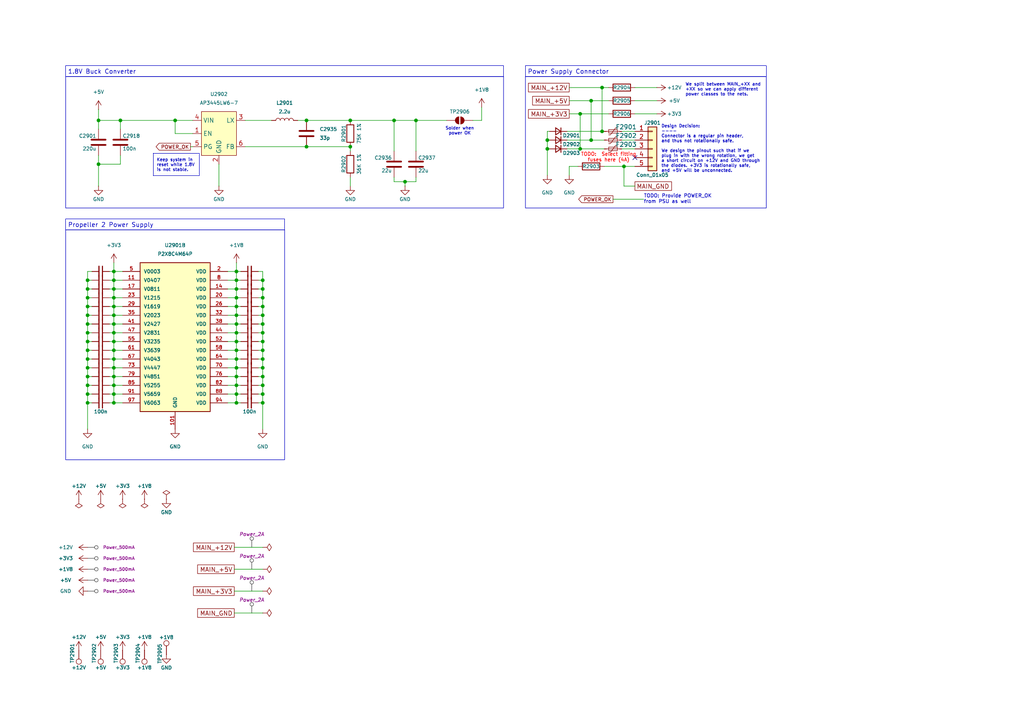
<source format=kicad_sch>
(kicad_sch (version 20250114) (generator "eeschema") (generator_version "9.0")
  (paper "A4")
  (title_block (title "Power Management") (company "Ashet Technologies") (comment 1 "This sheet contains all parts related to system-wide power management."))
  (rectangle (start 152.4 19.05) (end 222.25 22.225) (fill (type color) (color 255 255 255 1)))
  (rectangle (start 152.4 22.225) (end 222.25 60.325))
  (rectangle (start 19.05 22.225) (end 146.05 60.325))
  (rectangle (start 19.05 63.5) (end 82.55 66.675) (fill (type color) (color 255 255 255 1)))
  (rectangle (start 19.05 19.05) (end 146.05 22.225) (fill (type color) (color 255 255 255 1)))
  (rectangle (start 19.05 66.675) (end 82.55 133.35))
  (text "Solder when\npower OK" (at 133.35 36.83 0) (effects (font (size 0.889 0.889)) (justify top)))
  (text "Propeller 2 Power Supply" (at 19.685 65.405 0) (effects (font (size 1.27 1.27)) (justify left)))
  (text "TODO: Provide POWER_OK\nfrom PSU as well" (at 186.69 57.785 0) (effects (font (size 1.016 1.016)) (justify left)))
  (text "1.8V Buck Converter" (at 19.685 20.955 0) (effects (font (size 1.27 1.27)) (justify left)))
  (text "TODO:  Select fitting\nfuses here (4A)" (at 176.53 45.72 0) (effects (font (size 1.016 1.016))))
  (text "Power Supply Connector" (at 153.035 20.955 0) (effects (font (size 1.27 1.27)) (justify left)))
  (text "We split between MAIN_+XX and\n+XX so we can apply different\npower classes to the nets." (at 198.755 26.035 0) (effects (font (size 0.889 0.889)) (justify left)))
  (text "Design Decision:\n----\nConnector is a regular pin header,\nand thus not rotationally safe.\n\nWe design the pinout such that if we\nplug in with the wrong rotation, we get\na short circuit on +12V and GND through\nthe diodes. +3V3 is rotationally safe,\nand +5V will be unconnected." (at 191.77 43.18 0) (effects (font (size 0.889 0.889)) (justify left)))
  (text_box "Keep system in\nreset while 1.8V\nis not stable." (at 44.45 44.45 0) (size 13.335 6.5152) (margins 0.9525 0.9525 0.9525 0.9525) (fill (type color) (color 255 255 255 1)) (effects (font (size 0.889 0.889)) (justify left)))
  (junction (at 25.4 83.82))
  (junction (at 68.58 106.68))
  (junction (at 25.4 91.44))
  (junction (at 117.475 52.705))
  (junction (at 68.58 91.44))
  (junction (at 68.58 83.82))
  (junction (at 68.58 111.76))
  (junction (at 33.02 114.3))
  (junction (at 76.2 101.6))
  (junction (at 168.275 43.18))
  (junction (at 33.02 104.14))
  (junction (at 28.575 47.625))
  (junction (at 68.58 99.06))
  (junction (at 76.2 96.52))
  (junction (at 88.9 42.545))
  (junction (at 33.02 86.36))
  (junction (at 25.4 86.36))
  (junction (at 33.02 96.52))
  (junction (at 158.75 43.18))
  (junction (at 158.75 40.64))
  (junction (at 68.58 86.36))
  (junction (at 33.02 78.74))
  (junction (at 68.58 96.52))
  (junction (at 33.02 88.9))
  (junction (at 101.6 42.545))
  (junction (at 68.58 101.6))
  (junction (at 174.625 38.1))
  (junction (at 114.3 34.925))
  (junction (at 25.4 111.76))
  (junction (at 76.2 104.14))
  (junction (at 33.02 109.22))
  (junction (at 76.2 93.98))
  (junction (at 33.02 99.06))
  (junction (at 68.58 109.22))
  (junction (at 76.2 88.9))
  (junction (at 33.02 91.44))
  (junction (at 76.2 81.28))
  (junction (at 25.4 101.6))
  (junction (at 88.9 34.925))
  (junction (at 68.58 104.14))
  (junction (at 33.02 106.68))
  (junction (at 76.2 91.44))
  (junction (at 25.4 99.06))
  (junction (at 50.8 34.925))
  (junction (at 68.58 78.74))
  (junction (at 68.58 81.28))
  (junction (at 76.2 111.76))
  (junction (at 120.65 34.925))
  (junction (at 171.45 40.64))
  (junction (at 76.2 99.06))
  (junction (at 25.4 93.98))
  (junction (at 174.625 25.4))
  (junction (at 68.58 88.9))
  (junction (at 180.975 48.26))
  (junction (at 76.2 86.36))
  (junction (at 76.2 83.82))
  (junction (at 33.02 93.98))
  (junction (at 28.575 34.925))
  (junction (at 25.4 109.22))
  (junction (at 34.925 34.925))
  (junction (at 25.4 114.3))
  (junction (at 171.45 29.21))
  (junction (at 33.02 111.76))
  (junction (at 101.6 34.925))
  (junction (at 76.2 114.3))
  (junction (at 76.2 106.68))
  (junction (at 68.58 116.84))
  (junction (at 33.02 116.84))
  (junction (at 25.4 96.52))
  (junction (at 76.2 109.22))
  (junction (at 25.4 104.14))
  (junction (at 76.2 116.84))
  (junction (at 33.02 83.82))
  (junction (at 25.4 81.28))
  (junction (at 25.4 116.84))
  (junction (at 25.4 106.68))
  (junction (at 68.58 93.98))
  (junction (at 33.02 101.6))
  (junction (at 33.02 81.28))
  (junction (at 168.275 33.02))
  (junction (at 25.4 88.9))
  (junction (at 68.58 114.3))
  (no_connect (at 184.15 45.72))
  (wire (pts (xy 25.4 83.82) (xy 25.4 86.36)))
  (wire (pts (xy 175.26 48.26) (xy 180.975 48.26)))
  (wire (pts (xy 74.93 83.82) (xy 76.2 83.82)))
  (wire (pts (xy 26.67 91.44) (xy 25.4 91.44)))
  (wire (pts (xy 33.02 88.9) (xy 31.75 88.9)))
  (wire (pts (xy 168.275 33.02) (xy 176.53 33.02)))
  (wire (pts (xy 171.45 29.21) (xy 171.45 40.64)))
  (wire (pts (xy 35.56 116.84) (xy 33.02 116.84)))
  (wire (pts (xy 165.1 29.21) (xy 171.45 29.21)))
  (wire (pts (xy 33.02 86.36) (xy 33.02 88.9)))
  (wire (pts (xy 76.2 91.44) (xy 76.2 93.98)))
  (wire (pts (xy 158.75 43.18) (xy 159.385 43.18)))
  (wire (pts (xy 33.02 99.06) (xy 33.02 101.6)))
  (wire (pts (xy 101.6 42.545) (xy 101.6 43.815)))
  (wire (pts (xy 68.58 114.3) (xy 69.85 114.3)))
  (wire (pts (xy 74.93 106.68) (xy 76.2 106.68)))
  (wire (pts (xy 67.945 158.75) (xy 76.2 158.75)))
  (wire (pts (xy 114.3 52.705) (xy 117.475 52.705)))
  (wire (pts (xy 35.56 88.9) (xy 33.02 88.9)))
  (wire (pts (xy 26.67 88.9) (xy 25.4 88.9)))
  (wire (pts (xy 66.04 91.44) (xy 68.58 91.44)))
  (wire (pts (xy 25.4 96.52) (xy 25.4 99.06)))
  (wire (pts (xy 35.56 99.06) (xy 33.02 99.06)))
  (wire (pts (xy 76.2 78.74) (xy 76.2 81.28)))
  (wire (pts (xy 26.67 86.36) (xy 25.4 86.36)))
  (wire (pts (xy 67.945 171.45) (xy 76.2 171.45)))
  (wire (pts (xy 180.975 53.975) (xy 180.975 48.26)))
  (wire (pts (xy 68.58 83.82) (xy 68.58 86.36)))
  (wire (pts (xy 33.02 88.9) (xy 33.02 91.44)))
  (wire (pts (xy 66.04 86.36) (xy 68.58 86.36)))
  (wire (pts (xy 25.4 116.84) (xy 25.4 124.46)))
  (wire (pts (xy 28.575 34.925) (xy 28.575 37.465)))
  (wire (pts (xy 33.02 86.36) (xy 31.75 86.36)))
  (wire (pts (xy 76.2 83.82) (xy 76.2 86.36)))
  (wire (pts (xy 34.925 47.625) (xy 34.925 45.085)))
  (wire (pts (xy 34.925 34.925) (xy 50.8 34.925)))
  (wire (pts (xy 74.93 101.6) (xy 76.2 101.6)))
  (wire (pts (xy 165.1 48.26) (xy 167.64 48.26)))
  (wire (pts (xy 26.67 116.84) (xy 25.4 116.84)))
  (wire (pts (xy 67.945 177.8) (xy 76.2 177.8)))
  (wire (pts (xy 139.7 31.115) (xy 139.7 34.925)))
  (wire (pts (xy 68.58 111.76) (xy 68.58 114.3)))
  (wire (pts (xy 66.04 83.82) (xy 68.58 83.82)))
  (wire (pts (xy 68.58 88.9) (xy 69.85 88.9)))
  (wire (pts (xy 68.58 96.52) (xy 69.85 96.52)))
  (wire (pts (xy 177.8 57.785) (xy 186.69 57.785)))
  (wire (pts (xy 88.9 34.925) (xy 101.6 34.925)))
  (wire (pts (xy 76.2 86.36) (xy 76.2 88.9)))
  (wire (pts (xy 26.67 109.22) (xy 25.4 109.22)))
  (wire (pts (xy 158.75 40.64) (xy 159.385 40.64)))
  (wire (pts (xy 101.6 34.925) (xy 114.3 34.925)))
  (wire (pts (xy 68.58 106.68) (xy 68.58 109.22)))
  (wire (pts (xy 68.58 86.36) (xy 69.85 86.36)))
  (wire (pts (xy 180.34 43.18) (xy 184.15 43.18)))
  (wire (pts (xy 174.625 38.1) (xy 175.26 38.1)))
  (wire (pts (xy 165.1 25.4) (xy 174.625 25.4)))
  (wire (pts (xy 26.67 78.74) (xy 25.4 78.74)))
  (wire (pts (xy 26.67 96.52) (xy 25.4 96.52)))
  (wire (pts (xy 101.6 42.545) (xy 88.9 42.545)))
  (wire (pts (xy 66.04 78.74) (xy 68.58 78.74)))
  (wire (pts (xy 26.67 101.6) (xy 25.4 101.6)))
  (wire (pts (xy 74.93 88.9) (xy 76.2 88.9)))
  (wire (pts (xy 33.02 96.52) (xy 31.75 96.52)))
  (wire (pts (xy 184.15 29.21) (xy 190.5 29.21)))
  (wire (pts (xy 33.02 109.22) (xy 33.02 111.76)))
  (wire (pts (xy 66.04 106.68) (xy 68.58 106.68)))
  (wire (pts (xy 66.04 81.28) (xy 68.58 81.28)))
  (wire (pts (xy 33.02 111.76) (xy 33.02 114.3)))
  (wire (pts (xy 165.1 48.26) (xy 165.1 50.8)))
  (wire (pts (xy 158.75 40.64) (xy 158.75 43.18)))
  (wire (pts (xy 66.04 114.3) (xy 68.58 114.3)))
  (wire (pts (xy 33.02 104.14) (xy 33.02 106.68)))
  (wire (pts (xy 68.58 93.98) (xy 68.58 96.52)))
  (wire (pts (xy 68.58 109.22) (xy 68.58 111.76)))
  (wire (pts (xy 68.58 88.9) (xy 68.58 91.44)))
  (wire (pts (xy 26.67 83.82) (xy 25.4 83.82)))
  (wire (pts (xy 33.02 114.3) (xy 33.02 116.84)))
  (wire (pts (xy 68.58 101.6) (xy 68.58 104.14)))
  (wire (pts (xy 76.2 93.98) (xy 76.2 96.52)))
  (wire (pts (xy 33.02 83.82) (xy 31.75 83.82)))
  (wire (pts (xy 164.465 43.18) (xy 168.275 43.18)))
  (wire (pts (xy 68.58 106.68) (xy 69.85 106.68)))
  (wire (pts (xy 74.93 96.52) (xy 76.2 96.52)))
  (wire (pts (xy 35.56 109.22) (xy 33.02 109.22)))
  (wire (pts (xy 66.04 88.9) (xy 68.58 88.9)))
  (wire (pts (xy 35.56 106.68) (xy 33.02 106.68)))
  (wire (pts (xy 33.02 109.22) (xy 31.75 109.22)))
  (wire (pts (xy 25.4 104.14) (xy 25.4 106.68)))
  (wire (pts (xy 71.12 34.925) (xy 78.74 34.925)))
  (wire (pts (xy 164.465 38.1) (xy 174.625 38.1)))
  (wire (pts (xy 174.625 25.4) (xy 174.625 38.1)))
  (wire (pts (xy 74.93 109.22) (xy 76.2 109.22)))
  (wire (pts (xy 171.45 40.64) (xy 175.26 40.64)))
  (wire (pts (xy 33.02 91.44) (xy 31.75 91.44)))
  (wire (pts (xy 74.93 104.14) (xy 76.2 104.14)))
  (wire (pts (xy 25.4 99.06) (xy 25.4 101.6)))
  (wire (pts (xy 68.58 91.44) (xy 69.85 91.44)))
  (wire (pts (xy 68.58 93.98) (xy 69.85 93.98)))
  (wire (pts (xy 114.3 52.705) (xy 114.3 51.435)))
  (wire (pts (xy 165.1 33.02) (xy 168.275 33.02)))
  (wire (pts (xy 35.56 101.6) (xy 33.02 101.6)))
  (wire (pts (xy 164.465 40.64) (xy 171.45 40.64)))
  (wire (pts (xy 35.56 104.14) (xy 33.02 104.14)))
  (wire (pts (xy 35.56 93.98) (xy 33.02 93.98)))
  (wire (pts (xy 33.02 76.2) (xy 33.02 78.74)))
  (wire (pts (xy 120.65 34.925) (xy 114.3 34.925)))
  (wire (pts (xy 76.2 116.84) (xy 76.2 124.46)))
  (wire (pts (xy 25.4 106.68) (xy 25.4 109.22)))
  (wire (pts (xy 184.15 33.02) (xy 190.5 33.02)))
  (wire (pts (xy 184.15 53.975) (xy 180.975 53.975)))
  (wire (pts (xy 66.04 116.84) (xy 68.58 116.84)))
  (wire (pts (xy 66.04 111.76) (xy 68.58 111.76)))
  (wire (pts (xy 34.925 34.925) (xy 34.925 37.465)))
  (wire (pts (xy 33.02 111.76) (xy 31.75 111.76)))
  (wire (pts (xy 50.8 34.925) (xy 55.88 34.925)))
  (wire (pts (xy 33.02 104.14) (xy 31.75 104.14)))
  (wire (pts (xy 55.88 38.735) (xy 50.8 38.735)))
  (wire (pts (xy 26.67 114.3) (xy 25.4 114.3)))
  (wire (pts (xy 35.56 83.82) (xy 33.02 83.82)))
  (wire (pts (xy 26.67 104.14) (xy 25.4 104.14)))
  (wire (pts (xy 74.93 114.3) (xy 76.2 114.3)))
  (wire (pts (xy 68.58 116.84) (xy 69.85 116.84)))
  (wire (pts (xy 35.56 78.74) (xy 33.02 78.74)))
  (wire (pts (xy 25.4 78.74) (xy 25.4 81.28)))
  (wire (pts (xy 66.04 99.06) (xy 68.58 99.06)))
  (wire (pts (xy 25.4 81.28) (xy 25.4 83.82)))
  (wire (pts (xy 68.58 78.74) (xy 68.58 81.28)))
  (wire (pts (xy 28.575 47.625) (xy 34.925 47.625)))
  (wire (pts (xy 74.93 91.44) (xy 76.2 91.44)))
  (wire (pts (xy 158.75 38.1) (xy 158.75 40.64)))
  (wire (pts (xy 33.02 83.82) (xy 33.02 86.36)))
  (wire (pts (xy 35.56 81.28) (xy 33.02 81.28)))
  (wire (pts (xy 26.67 106.68) (xy 25.4 106.68)))
  (wire (pts (xy 117.475 52.705) (xy 117.475 53.975)))
  (wire (pts (xy 74.93 78.74) (xy 76.2 78.74)))
  (wire (pts (xy 68.58 83.82) (xy 69.85 83.82)))
  (wire (pts (xy 33.02 93.98) (xy 31.75 93.98)))
  (wire (pts (xy 66.04 109.22) (xy 68.58 109.22)))
  (wire (pts (xy 120.65 34.925) (xy 129.54 34.925)))
  (wire (pts (xy 25.4 88.9) (xy 25.4 91.44)))
  (wire (pts (xy 68.58 96.52) (xy 68.58 99.06)))
  (wire (pts (xy 68.58 111.76) (xy 69.85 111.76)))
  (wire (pts (xy 76.2 81.28) (xy 76.2 83.82)))
  (wire (pts (xy 74.93 99.06) (xy 76.2 99.06)))
  (wire (pts (xy 25.4 101.6) (xy 25.4 104.14)))
  (wire (pts (xy 68.58 81.28) (xy 69.85 81.28)))
  (wire (pts (xy 25.4 111.76) (xy 25.4 114.3)))
  (wire (pts (xy 120.65 43.815) (xy 120.65 34.925)))
  (wire (pts (xy 184.15 25.4) (xy 190.5 25.4)))
  (wire (pts (xy 33.02 101.6) (xy 31.75 101.6)))
  (wire (pts (xy 76.2 88.9) (xy 76.2 91.44)))
  (wire (pts (xy 33.02 91.44) (xy 33.02 93.98)))
  (wire (pts (xy 159.385 38.1) (xy 158.75 38.1)))
  (wire (pts (xy 50.8 38.735) (xy 50.8 34.925)))
  (wire (pts (xy 158.75 43.18) (xy 158.75 50.8)))
  (wire (pts (xy 26.67 93.98) (xy 25.4 93.98)))
  (wire (pts (xy 68.58 99.06) (xy 69.85 99.06)))
  (wire (pts (xy 76.2 101.6) (xy 76.2 104.14)))
  (wire (pts (xy 76.2 114.3) (xy 76.2 116.84)))
  (wire (pts (xy 76.2 96.52) (xy 76.2 99.06)))
  (wire (pts (xy 25.4 109.22) (xy 25.4 111.76)))
  (wire (pts (xy 76.2 111.76) (xy 76.2 114.3)))
  (wire (pts (xy 68.58 104.14) (xy 68.58 106.68)))
  (wire (pts (xy 68.58 114.3) (xy 68.58 116.84)))
  (wire (pts (xy 71.12 42.545) (xy 88.9 42.545)))
  (wire (pts (xy 28.575 34.925) (xy 34.925 34.925)))
  (wire (pts (xy 28.575 31.75) (xy 28.575 34.925)))
  (wire (pts (xy 171.45 29.21) (xy 176.53 29.21)))
  (wire (pts (xy 25.4 86.36) (xy 25.4 88.9)))
  (wire (pts (xy 180.34 40.64) (xy 184.15 40.64)))
  (wire (pts (xy 114.3 43.815) (xy 114.3 34.925)))
  (wire (pts (xy 68.58 81.28) (xy 68.58 83.82)))
  (wire (pts (xy 68.58 76.2) (xy 68.58 78.74)))
  (wire (pts (xy 33.02 116.84) (xy 31.75 116.84)))
  (wire (pts (xy 28.575 45.085) (xy 28.575 47.625)))
  (wire (pts (xy 35.56 86.36) (xy 33.02 86.36)))
  (wire (pts (xy 137.16 34.925) (xy 139.7 34.925)))
  (wire (pts (xy 174.625 25.4) (xy 176.53 25.4)))
  (wire (pts (xy 76.2 99.06) (xy 76.2 101.6)))
  (wire (pts (xy 66.04 96.52) (xy 68.58 96.52)))
  (wire (pts (xy 68.58 86.36) (xy 68.58 88.9)))
  (wire (pts (xy 33.02 99.06) (xy 31.75 99.06)))
  (wire (pts (xy 26.67 81.28) (xy 25.4 81.28)))
  (wire (pts (xy 33.02 78.74) (xy 31.75 78.74)))
  (wire (pts (xy 68.58 78.74) (xy 69.85 78.74)))
  (wire (pts (xy 33.02 81.28) (xy 33.02 83.82)))
  (wire (pts (xy 25.4 114.3) (xy 25.4 116.84)))
  (wire (pts (xy 33.02 81.28) (xy 31.75 81.28)))
  (wire (pts (xy 33.02 106.68) (xy 31.75 106.68)))
  (wire (pts (xy 68.58 91.44) (xy 68.58 93.98)))
  (wire (pts (xy 117.475 52.705) (xy 120.65 52.705)))
  (wire (pts (xy 33.02 93.98) (xy 33.02 96.52)))
  (wire (pts (xy 66.04 101.6) (xy 68.58 101.6)))
  (wire (pts (xy 63.5 47.625) (xy 63.5 53.975)))
  (wire (pts (xy 25.4 93.98) (xy 25.4 96.52)))
  (wire (pts (xy 55.245 42.545) (xy 55.88 42.545)))
  (wire (pts (xy 33.02 114.3) (xy 31.75 114.3)))
  (wire (pts (xy 33.02 96.52) (xy 33.02 99.06)))
  (wire (pts (xy 25.4 91.44) (xy 25.4 93.98)))
  (wire (pts (xy 35.56 114.3) (xy 33.02 114.3)))
  (wire (pts (xy 180.34 38.1) (xy 184.15 38.1)))
  (wire (pts (xy 67.945 165.1) (xy 76.2 165.1)))
  (wire (pts (xy 86.36 34.925) (xy 88.9 34.925)))
  (wire (pts (xy 74.93 86.36) (xy 76.2 86.36)))
  (wire (pts (xy 26.67 111.76) (xy 25.4 111.76)))
  (wire (pts (xy 76.2 104.14) (xy 76.2 106.68)))
  (wire (pts (xy 74.93 111.76) (xy 76.2 111.76)))
  (wire (pts (xy 68.58 101.6) (xy 69.85 101.6)))
  (wire (pts (xy 74.93 116.84) (xy 76.2 116.84)))
  (wire (pts (xy 33.02 106.68) (xy 33.02 109.22)))
  (wire (pts (xy 68.58 109.22) (xy 69.85 109.22)))
  (wire (pts (xy 120.65 52.705) (xy 120.65 51.435)))
  (wire (pts (xy 35.56 91.44) (xy 33.02 91.44)))
  (wire (pts (xy 66.04 104.14) (xy 68.58 104.14)))
  (wire (pts (xy 28.575 47.625) (xy 28.575 53.975)))
  (wire (pts (xy 35.56 96.52) (xy 33.02 96.52)))
  (wire (pts (xy 168.275 43.18) (xy 175.26 43.18)))
  (wire (pts (xy 33.02 101.6) (xy 33.02 104.14)))
  (wire (pts (xy 68.58 104.14) (xy 69.85 104.14)))
  (wire (pts (xy 26.67 99.06) (xy 25.4 99.06)))
  (wire (pts (xy 74.93 93.98) (xy 76.2 93.98)))
  (wire (pts (xy 76.2 106.68) (xy 76.2 109.22)))
  (wire (pts (xy 66.04 93.98) (xy 68.58 93.98)))
  (wire (pts (xy 33.02 78.74) (xy 33.02 81.28)))
  (wire (pts (xy 168.275 33.02) (xy 168.275 43.18)))
  (wire (pts (xy 180.975 48.26) (xy 184.15 48.26)))
  (wire (pts (xy 35.56 111.76) (xy 33.02 111.76)))
  (wire (pts (xy 76.2 109.22) (xy 76.2 111.76)))
  (wire (pts (xy 74.93 81.28) (xy 76.2 81.28)))
  (wire (pts (xy 68.58 99.06) (xy 68.58 101.6)))
  (wire (pts (xy 101.6 53.975) (xy 101.6 51.435)))
  (global_label "MAIN_+5V" (shape passive) (at 67.945 165.1 180) (property "Intersheetrefs" "${INTERSHEET_REFS}" (effects (hide yes))))
  (global_label "MAIN_+12V" (shape passive) (at 165.1 25.4 180) (property "Intersheetrefs" "${INTERSHEET_REFS}" (effects (hide yes))))
  (global_label "MAIN_+5V" (shape passive) (at 165.1 29.21 180) (property "Intersheetrefs" "${INTERSHEET_REFS}" (effects (hide yes))))
  (global_label "MAIN_+3V3" (shape passive) (at 165.1 33.02 180) (property "Intersheetrefs" "${INTERSHEET_REFS}" (effects (hide yes))))
  (global_label "MAIN_GND" (shape passive) (at 67.945 177.8 180) (property "Intersheetrefs" "${INTERSHEET_REFS}" (effects (hide yes))))
  (global_label "POWER_OK" (shape output) (at 55.245 42.545 180) (effects (font (size 1.016 1.016))) (property "Intersheetrefs" "${INTERSHEET_REFS}" (effects (hide yes))))
  (global_label "MAIN_+3V3" (shape passive) (at 67.945 171.45 180) (property "Intersheetrefs" "${INTERSHEET_REFS}" (effects (hide yes))))
  (global_label "MAIN_GND" (shape passive) (at 184.15 53.975 0) (property "Intersheetrefs" "${INTERSHEET_REFS}" (effects (hide yes))))
  (global_label "POWER_OK" (shape output) (at 177.8 57.785 180) (effects (font (size 1.016 1.016))) (property "Intersheetrefs" "${INTERSHEET_REFS}" (effects (hide yes))))
  (global_label "MAIN_+12V" (shape passive) (at 67.945 158.75 180) (property "Intersheetrefs" "${INTERSHEET_REFS}" (effects (hide yes))))
  (netclass_flag "" (length 2.54) (shape round) (at 73.025 177.8 0) (property "Netclass" "Power_2A" (at 73.025 173.99 0) (effects (font (size 1.016 1.016) (italic yes)))))
  (netclass_flag "" (length 2.54) (shape round) (at 25.4 158.75 270) (property "Netclass" "Power_500mA" (at 29.845 158.75 0) (effects (font (size 0.889 0.889)) (justify left))))
  (netclass_flag "" (length 2.54) (shape round) (at 25.4 165.1 270) (property "Netclass" "Power_500mA" (at 29.845 165.1 0) (effects (font (size 0.889 0.889)) (justify left))))
  (netclass_flag "" (length 2.54) (shape round) (at 73.025 158.75 0) (property "Netclass" "Power_2A" (at 73.025 154.94 0) (effects (font (size 1.016 1.016) (italic yes)))))
  (netclass_flag "" (length 2.54) (shape round) (at 25.4 168.275 270) (property "Netclass" "Power_500mA" (at 29.845 168.275 0) (effects (font (size 0.889 0.889)) (justify left))))
  (netclass_flag "" (length 2.54) (shape round) (at 25.4 161.925 270) (property "Netclass" "Power_500mA" (at 29.845 161.925 0) (effects (font (size 0.889 0.889)) (justify left))))
  (netclass_flag "" (length 2.54) (shape round) (at 73.025 165.1 0) (property "Netclass" "Power_2A" (at 73.025 161.29 0) (effects (font (size 1.016 1.016) (italic yes)))))
  (netclass_flag "" (length 2.54) (shape round) (at 73.025 171.45 0) (property "Netclass" "Power_2A" (at 73.025 167.64 0) (effects (font (size 1.016 1.016) (italic yes)))))
  (netclass_flag "" (length 2.54) (shape round) (at 25.4 171.45 270) (property "Netclass" "Power_500mA" (at 29.845 171.45 0) (effects (font (size 0.889 0.889)) (justify left))))
  (symbol (lib_id "Device:C_Small") (at 29.21 99.06 270) (mirror x) (unit 1)
    (property "Reference" "C2910" (effects (hide yes)))
    (property "Value" "100n" (effects (hide yes)))
    (property "Footprint" "Capacitor_SMD:C_0603_1608Metric" (effects (hide yes)))
    (property "Description" "Unpolarized capacitor, small symbol" (effects (hide yes)))
  )
  (symbol (lib_id "Device:C_Small") (at 72.39 104.14 90) (unit 1)
    (property "Reference" "C2929" (effects (hide yes)))
    (property "Value" "100n" (effects (hide yes)))
    (property "Footprint" "Capacitor_SMD:C_0603_1608Metric" (effects (hide yes)))
    (property "Description" "Unpolarized capacitor, small symbol" (effects (hide yes)))
  )
  (symbol (lib_id "Device:C_Small") (at 29.21 116.84 270) (mirror x) (unit 1)
    (property "Reference" "C2917" (effects (hide yes)))
    (property "Value" "100n" (at 29.21 119.38 90) (effects (font (size 1.016 1.016))))
    (property "Footprint" "Capacitor_SMD:C_0603_1608Metric" (effects (hide yes)))
    (property "Description" "Unpolarized capacitor, small symbol" (effects (hide yes)))
  )
  (symbol (lib_id "Device:C_Small") (at 29.21 78.74 270) (mirror x) (unit 1)
    (property "Reference" "C2902" (effects (hide yes)))
    (property "Value" "100n" (effects (hide yes)))
    (property "Footprint" "Capacitor_SMD:C_0603_1608Metric" (effects (hide yes)))
    (property "Description" "Unpolarized capacitor, small symbol" (effects (hide yes)))
  )
  (symbol (lib_id "Device:C_Small") (at 72.39 93.98 90) (unit 1)
    (property "Reference" "C2925" (effects (hide yes)))
    (property "Value" "100n" (effects (hide yes)))
    (property "Footprint" "Capacitor_SMD:C_0603_1608Metric" (effects (hide yes)))
    (property "Description" "Unpolarized capacitor, small symbol" (effects (hide yes)))
  )
  (symbol (lib_id "power:GND") (at 117.475 53.975 0) (unit 1)
    (property "Reference" "#PWR02925" (effects (hide yes)))
    (property "Value" "GND" (at 117.475 57.785 0) (effects (font (size 1.016 1.016))))
    (property "Description" "Power symbol creates a global label with name \"GND\" , ground" (effects (hide yes)))
  )
  (symbol (lib_id "Device:C_Small") (at 72.39 78.74 90) (unit 1)
    (property "Reference" "C2919" (effects (hide yes)))
    (property "Value" "100n" (effects (hide yes)))
    (property "Footprint" "Capacitor_SMD:C_0603_1608Metric" (effects (hide yes)))
    (property "Description" "Unpolarized capacitor, small symbol" (effects (hide yes)))
  )
  (symbol (lib_id "Device:C_Small") (at 29.21 91.44 270) (mirror x) (unit 1)
    (property "Reference" "C2907" (effects (hide yes)))
    (property "Value" "100n" (effects (hide yes)))
    (property "Footprint" "Capacitor_SMD:C_0603_1608Metric" (effects (hide yes)))
    (property "Description" "Unpolarized capacitor, small symbol" (effects (hide yes)))
  )
  (symbol (lib_id "power:GND") (at 101.6 53.975 0) (unit 1)
    (property "Reference" "#PWR02924" (effects (hide yes)))
    (property "Value" "GND" (at 101.6 57.785 0) (effects (font (size 1.016 1.016))))
    (property "Description" "Power symbol creates a global label with name \"GND\" , ground" (effects (hide yes)))
  )
  (symbol (lib_id "Symbol Library:SMD1206B050TF/15") (at 177.8 40.64 90) (unit 1)
    (property "Reference" "F2902" (at 181.61 39.37 90))
    (property "Value" "SMD1206B050TF/15" (effects (hide yes)))
    (property "Datasheet" "https://www.yageogroup.com/content/Resource%20Library/Datasheet/SMD1206_1.pdf" (effects (hide yes)))
    (property "Digikey Part No" "13-SMD1206B050TF/15TR-ND" (effects (hide yes)))
  )
  (symbol (lib_id "Symbol Library:SMD1206B050TF/15") (at 177.8 43.18 90) (unit 1)
    (property "Reference" "F2903" (at 181.61 41.91 90))
    (property "Value" "SMD1206B050TF/15" (effects (hide yes)))
    (property "Datasheet" "https://www.yageogroup.com/content/Resource%20Library/Datasheet/SMD1206_1.pdf" (effects (hide yes)))
    (property "Digikey Part No" "13-SMD1206B050TF/15TR-ND" (effects (hide yes)))
  )
  (symbol (lib_id "Device:C_Small") (at 72.39 86.36 90) (unit 1)
    (property "Reference" "C2922" (effects (hide yes)))
    (property "Value" "100n" (effects (hide yes)))
    (property "Footprint" "Capacitor_SMD:C_0603_1608Metric" (effects (hide yes)))
    (property "Description" "Unpolarized capacitor, small symbol" (effects (hide yes)))
  )
  (symbol (lib_id "power:+5V") (at 25.4 161.925 90) (unit 1)
    (property "Reference" "#PWR02905" (effects (hide yes)))
    (property "Value" "+5V" (at 19.05 168.275 90) (effects (font (size 1.016 1.016))))
    (property "Description" "Power symbol creates a global label with name \"+5V\"" (effects (hide yes)))
  )
  (symbol (lib_id "Device:C_Small") (at 29.21 104.14 270) (mirror x) (unit 1)
    (property "Reference" "C2912" (effects (hide yes)))
    (property "Value" "100n" (effects (hide yes)))
    (property "Footprint" "Capacitor_SMD:C_0603_1608Metric" (effects (hide yes)))
    (property "Description" "Unpolarized capacitor, small symbol" (effects (hide yes)))
  )
  (symbol (lib_id "Device:C_Small") (at 29.21 96.52 270) (mirror x) (unit 1)
    (property "Reference" "C2909" (effects (hide yes)))
    (property "Value" "100n" (effects (hide yes)))
    (property "Footprint" "Capacitor_SMD:C_0603_1608Metric" (effects (hide yes)))
    (property "Description" "Unpolarized capacitor, small symbol" (effects (hide yes)))
  )
  (symbol (lib_id "power:PWR_FLAG") (at 76.2 177.8 270) (unit 1)
    (property "Reference" "#FLG02909" (effects (hide yes)))
    (property "Value" "PWR_FLAG" (effects (hide yes)))
    (property "Description" "Special symbol for telling ERC where power comes from" (effects (hide yes)))
  )
  (symbol (lib_id "power:PWR_FLAG") (at 35.56 144.78 180) (unit 1)
    (property "Reference" "#FLG02903" (effects (hide yes)))
    (property "Value" "PWR_FLAG" (effects (hide yes)))
    (property "Description" "Special symbol for telling ERC where power comes from" (effects (hide yes)))
  )
  (symbol (lib_id "Connector:TestPoint") (at 22.86 188.595 180) (unit 1) (in_bom no)
    (property "Reference" "TP2901" (at 20.955 192.405 90) (effects (font (size 1.016 1.016)) (justify right)))
    (property "Value" "+12V" (at 22.86 193.04 0) (effects (font (size 1.016 1.016)) (justify bottom)))
    (property "Footprint" "TestPoint:TestPoint_Pad_D2.0mm" (effects (hide yes)))
    (property "Description" "test point" (effects (hide yes)))
  )
  (symbol (lib_id "Device:C") (at 120.65 47.625 180) (unit 1)
    (property "Reference" "C2937" (at 121.285 46.355 0) (effects (font (size 1.016 1.016)) (justify right top)))
    (property "Value" "22u" (at 121.285 48.895 0) (effects (font (size 1.016 1.016)) (justify right bottom)))
    (property "Description" "Unpolarized capacitor" (effects (hide yes)))
  )
  (symbol (lib_id "Symbol Library:SMD1206B050TF/15") (at 177.8 38.1 90) (unit 1)
    (property "Reference" "F2901" (at 181.61 36.83 90))
    (property "Value" "SMD1206B050TF/15" (effects (hide yes)))
    (property "Datasheet" "https://www.yageogroup.com/content/Resource%20Library/Datasheet/SMD1206_1.pdf" (effects (hide yes)))
    (property "Digikey Part No" "13-SMD1206B050TF/15TR-ND" (effects (hide yes)))
  )
  (symbol (lib_id "power:+12V") (at 22.86 188.595 0) (unit 1)
    (property "Reference" "#PWR02902" (effects (hide yes)))
    (property "Value" "+12V" (at 22.86 184.785 0) (effects (font (size 1.016 1.016))))
    (property "Description" "Power symbol creates a global label with name \"+12V\"" (effects (hide yes)))
  )
  (symbol (lib_id "power:+1V8") (at 68.58 76.2 0) (unit 1)
    (property "Reference" "#PWR02922" (effects (hide yes)))
    (property "Value" "+1V8" (at 68.58 71.12 0) (effects (font (size 1.016 1.016))))
    (property "Description" "Power symbol creates a global label with name \"+1V8\"" (effects (hide yes)))
  )
  (symbol (lib_id "power:+1V8") (at 41.91 144.78 0) (unit 1)
    (property "Reference" "#PWR02916" (effects (hide yes)))
    (property "Value" "+1V8" (at 41.91 140.97 0) (effects (font (size 1.016 1.016))))
    (property "Description" "Power symbol creates a global label with name \"+1V8\"" (effects (hide yes)))
  )
  (symbol (lib_id "power:GND") (at 63.5 53.975 0) (unit 1)
    (property "Reference" "#PWR02921" (effects (hide yes)))
    (property "Value" "GND" (at 63.5 57.785 0) (effects (font (size 1.016 1.016))))
    (property "Description" "Power symbol creates a global label with name \"GND\" , ground" (effects (hide yes)))
  )
  (symbol (lib_id "power:+5V") (at 29.21 188.595 0) (unit 1)
    (property "Reference" "#PWR02912" (effects (hide yes)))
    (property "Value" "+5V" (at 29.21 184.785 0) (effects (font (size 1.016 1.016))))
    (property "Description" "Power symbol creates a global label with name \"+5V\"" (effects (hide yes)))
  )
  (symbol (lib_id "Device:C_Small") (at 29.21 83.82 270) (mirror x) (unit 1)
    (property "Reference" "C2904" (effects (hide yes)))
    (property "Value" "100n" (effects (hide yes)))
    (property "Footprint" "Capacitor_SMD:C_0603_1608Metric" (effects (hide yes)))
    (property "Description" "Unpolarized capacitor, small symbol" (effects (hide yes)))
  )
  (symbol (lib_id "Device:C_Small") (at 29.21 106.68 270) (mirror x) (unit 1)
    (property "Reference" "C2913" (effects (hide yes)))
    (property "Value" "100n" (effects (hide yes)))
    (property "Footprint" "Capacitor_SMD:C_0603_1608Metric" (effects (hide yes)))
    (property "Description" "Unpolarized capacitor, small symbol" (effects (hide yes)))
  )
  (symbol (lib_id "power:+3V3") (at 35.56 188.595 0) (unit 1)
    (property "Reference" "#PWR02915" (effects (hide yes)))
    (property "Value" "+3V3" (at 35.56 184.785 0) (effects (font (size 1.016 1.016))))
    (property "Description" "Power symbol creates a global label with name \"+3V3\"" (effects (hide yes)))
  )
  (symbol (lib_id "power:PWR_FLAG") (at 22.86 144.78 180) (unit 1)
    (property "Reference" "#FLG02901" (effects (hide yes)))
    (property "Value" "PWR_FLAG" (effects (hide yes)))
    (property "Description" "Special symbol for telling ERC where power comes from" (effects (hide yes)))
  )
  (symbol (lib_id "power:GND") (at 50.8 124.46 0) (unit 1)
    (property "Reference" "#PWR02920" (effects (hide yes)))
    (property "Value" "GND" (at 50.8 129.54 0) (effects (font (size 1.016 1.016))))
    (property "Description" "Power symbol creates a global label with name \"GND\" , ground" (effects (hide yes)))
  )
  (symbol (lib_id "power:PWR_FLAG") (at 41.91 144.78 180) (unit 1)
    (property "Reference" "#FLG02904" (effects (hide yes)))
    (property "Value" "PWR_FLAG" (effects (hide yes)))
    (property "Description" "Special symbol for telling ERC where power comes from" (effects (hide yes)))
  )
  (symbol (lib_id "Device:C_Small") (at 72.39 114.3 90) (unit 1)
    (property "Reference" "C2933" (effects (hide yes)))
    (property "Value" "100n" (effects (hide yes)))
    (property "Footprint" "Capacitor_SMD:C_0603_1608Metric" (effects (hide yes)))
    (property "Description" "Unpolarized capacitor, small symbol" (effects (hide yes)))
  )
  (symbol (lib_id "Device:C_Small") (at 29.21 101.6 270) (mirror x) (unit 1)
    (property "Reference" "C2911" (effects (hide yes)))
    (property "Value" "100n" (effects (hide yes)))
    (property "Footprint" "Capacitor_SMD:C_0603_1608Metric" (effects (hide yes)))
    (property "Description" "Unpolarized capacitor, small symbol" (effects (hide yes)))
  )
  (symbol (lib_id "power:+5V") (at 28.575 31.75 0) (unit 1)
    (property "Reference" "#PWR02909" (effects (hide yes)))
    (property "Value" "+5V" (at 28.575 26.67 0) (effects (font (size 1.016 1.016))))
    (property "Description" "Power symbol creates a global label with name \"+5V\"" (effects (hide yes)))
  )
  (symbol (lib_id "power:PWR_FLAG") (at 76.2 158.75 270) (unit 1)
    (property "Reference" "#FLG02906" (effects (hide yes)))
    (property "Value" "PWR_FLAG" (effects (hide yes)))
    (property "Description" "Special symbol for telling ERC where power comes from" (effects (hide yes)))
  )
  (symbol (lib_id "Device:C_Small") (at 29.21 86.36 270) (mirror x) (unit 1)
    (property "Reference" "C2905" (effects (hide yes)))
    (property "Value" "100n" (effects (hide yes)))
    (property "Footprint" "Capacitor_SMD:C_0603_1608Metric" (effects (hide yes)))
    (property "Description" "Unpolarized capacitor, small symbol" (effects (hide yes)))
  )
  (symbol (lib_id "power:GND") (at 28.575 53.975 0) (unit 1)
    (property "Reference" "#PWR02910" (effects (hide yes)))
    (property "Value" "GND" (at 28.575 57.785 0) (effects (font (size 1.016 1.016))))
    (property "Description" "Power symbol creates a global label with name \"GND\" , ground" (effects (hide yes)))
  )
  (symbol (lib_id "Device:R") (at 101.6 38.735 180) (unit 1)
    (property "Reference" "R2901" (at 99.695 38.735 90) (effects (font (size 1.016 1.016))))
    (property "Value" "75K 1%" (at 104.14 38.735 90) (effects (font (size 1.016 1.016))))
    (property "Footprint" "Resistor_SMD:R_0603_1608Metric" (effects (hide yes)))
    (property "Description" "Resistor" (effects (hide yes)))
  )
  (symbol (lib_id "Jumper:SolderJumper_2_Open") (at 133.35 34.925 0) (unit 1) (exclude_from_sim yes) (in_bom no)
    (property "Reference" "TP2906" (at 133.35 32.385 0) (effects (font (size 1.016 1.016))))
    (property "Value" "TestPoint_2Pole" (effects (hide yes)))
    (property "Footprint" "Jumper:SolderJumper-2_P1.3mm_Open_Pad1.0x1.5mm" (effects (hide yes)))
    (property "Description" "Solder Jumper, 2-pole, open" (effects (hide yes)))
  )
  (symbol (lib_id "power:+3V3") (at 190.5 33.02 270) (unit 1)
    (property "Reference" "#PWR02931" (effects (hide yes)))
    (property "Value" "+3V3" (at 195.58 33.02 90) (effects (font (size 1.016 1.016))))
    (property "Description" "Power symbol creates a global label with name \"+3V3\"" (effects (hide yes)))
  )
  (symbol (lib_id "Device:C_Small") (at 72.39 96.52 90) (unit 1)
    (property "Reference" "C2926" (effects (hide yes)))
    (property "Value" "100n" (effects (hide yes)))
    (property "Footprint" "Capacitor_SMD:C_0603_1608Metric" (effects (hide yes)))
    (property "Description" "Unpolarized capacitor, small symbol" (effects (hide yes)))
  )
  (symbol (lib_id "power:PWR_FLAG") (at 48.26 144.78 0) (unit 1)
    (property "Reference" "#FLG02905" (effects (hide yes)))
    (property "Value" "PWR_FLAG" (effects (hide yes)))
    (property "Description" "Special symbol for telling ERC where power comes from" (effects (hide yes)))
  )
  (symbol (lib_id "Device:C") (at 34.925 41.275 180) (unit 1)
    (property "Reference" "C2918" (at 35.56 40.005 0) (effects (font (size 1.016 1.016)) (justify right top)))
    (property "Value" "100n" (at 35.56 42.545 0) (effects (font (size 1.016 1.016)) (justify right bottom)))
    (property "Footprint" "Capacitor_SMD:C_0603_1608Metric" (effects (hide yes)))
    (property "Description" "Unpolarized capacitor" (effects (hide yes)))
  )
  (symbol (lib_name "P2X8C4M64P_1") (lib_id "Home Computer:P2X8C4M64P") (at 50.8 99.06 0) (unit 2)
    (property "Reference" "U2901" (at 50.8 71.12 0) (effects (font (size 1.016 1.016))))
    (property "Value" "P2X8C4M64P" (at 50.8 73.66 0) (effects (font (size 1.016 1.016))))
    (property "Footprint" "Home Computer:QFP50P1600X1600X120-101N" (effects (hide yes)))
    (property "Digikey Part No" "149-P2X8C4M64P-ND" (effects (hide yes)))
  )
  (symbol (lib_id "Device:C_Small") (at 72.39 99.06 90) (unit 1)
    (property "Reference" "C2927" (effects (hide yes)))
    (property "Value" "100n" (effects (hide yes)))
    (property "Footprint" "Capacitor_SMD:C_0603_1608Metric" (effects (hide yes)))
    (property "Description" "Unpolarized capacitor, small symbol" (effects (hide yes)))
  )
  (symbol (lib_id "power:PWR_FLAG") (at 29.21 144.78 180) (unit 1)
    (property "Reference" "#FLG02902" (effects (hide yes)))
    (property "Value" "PWR_FLAG" (effects (hide yes)))
    (property "Description" "Special symbol for telling ERC where power comes from" (effects (hide yes)))
  )
  (symbol (lib_id "Device:D_Small") (at 161.925 38.1 180) (unit 1)
    (property "Reference" "D2901" (at 163.195 38.735 0) (effects (font (size 1.016 1.016)) (justify right bottom)))
    (property "Value" "Something Short-Circuit Safe" (effects (hide yes)))
    (property "Footprint" "Diode_SMD:D_1206_3216Metric" (effects (hide yes)))
    (property "Description" "Diode, small symbol" (effects (hide yes)))
  )
  (symbol (lib_id "Device:R") (at 171.45 48.26 270) (unit 1)
    (property "Reference" "R2903" (at 171.45 48.26 90) (effects (font (size 1.016 1.016))))
    (property "Value" "0" (effects (hide yes)))
    (property "Footprint" "Resistor_SMD:R_0603_1608Metric" (effects (hide yes)))
    (property "Description" "Resistor" (effects (hide yes)))
  )
  (symbol (lib_id "Device:C_Small") (at 29.21 81.28 270) (mirror x) (unit 1)
    (property "Reference" "C2903" (effects (hide yes)))
    (property "Value" "100n" (effects (hide yes)))
    (property "Footprint" "Capacitor_SMD:C_0603_1608Metric" (effects (hide yes)))
    (property "Description" "Unpolarized capacitor, small symbol" (effects (hide yes)))
  )
  (symbol (lib_id "power:+12V") (at 25.4 158.75 90) (unit 1)
    (property "Reference" "#PWR02904" (effects (hide yes)))
    (property "Value" "+12V" (at 19.05 158.75 90) (effects (font (size 1.016 1.016))))
    (property "Description" "Power symbol creates a global label with name \"+12V\"" (effects (hide yes)))
  )
  (symbol (lib_id "Device:C_Small") (at 29.21 88.9 270) (mirror x) (unit 1)
    (property "Reference" "C2906" (effects (hide yes)))
    (property "Value" "100n" (effects (hide yes)))
    (property "Footprint" "Capacitor_SMD:C_0603_1608Metric" (effects (hide yes)))
    (property "Description" "Unpolarized capacitor, small symbol" (effects (hide yes)))
  )
  (symbol (lib_id "power:+1V8") (at 25.4 168.275 90) (unit 1)
    (property "Reference" "#PWR02907" (effects (hide yes)))
    (property "Value" "+1V8" (at 19.05 165.1 90) (effects (font (size 1.016 1.016))))
    (property "Description" "Power symbol creates a global label with name \"+1V8\"" (effects (hide yes)))
  )
  (symbol (lib_id "Device:R") (at 101.6 47.625 180) (unit 1)
    (property "Reference" "R2902" (at 99.695 47.625 90) (effects (font (size 1.016 1.016))))
    (property "Value" "36K 1%" (at 104.14 47.625 90) (effects (font (size 1.016 1.016))))
    (property "Footprint" "Resistor_SMD:R_0603_1608Metric" (effects (hide yes)))
    (property "Description" "Resistor" (effects (hide yes)))
  )
  (symbol (lib_id "Connector:TestPoint") (at 29.21 188.595 180) (unit 1) (in_bom no)
    (property "Reference" "TP2902" (at 27.305 192.405 90) (effects (font (size 1.016 1.016)) (justify right)))
    (property "Value" "+5V" (at 29.21 193.04 0) (effects (font (size 1.016 1.016)) (justify bottom)))
    (property "Footprint" "TestPoint:TestPoint_Pad_D2.0mm" (effects (hide yes)))
    (property "Description" "test point" (effects (hide yes)))
  )
  (symbol (lib_id "Device:R") (at 180.34 29.21 270) (unit 1)
    (property "Reference" "R2905" (at 180.34 29.21 90) (effects (font (size 1.016 1.016))))
    (property "Value" "0" (effects (hide yes)))
    (property "Footprint" "Resistor_SMD:R_0603_1608Metric" (effects (hide yes)))
    (property "Description" "Resistor" (effects (hide yes)))
  )
  (symbol (lib_id "power:+3V3") (at 33.02 76.2 0) (unit 1)
    (property "Reference" "#PWR02913" (effects (hide yes)))
    (property "Value" "+3V3" (at 33.02 71.12 0) (effects (font (size 1.016 1.016))))
    (property "Description" "Power symbol creates a global label with name \"+3V3\"" (effects (hide yes)))
  )
  (symbol (lib_id "power:+5V") (at 29.21 144.78 0) (unit 1)
    (property "Reference" "#PWR02911" (effects (hide yes)))
    (property "Value" "+5V" (at 29.21 140.97 0) (effects (font (size 1.016 1.016))))
    (property "Description" "Power symbol creates a global label with name \"+5V\"" (effects (hide yes)))
  )
  (symbol (lib_id "Device:C") (at 28.575 41.275 0) (mirror x) (unit 1)
    (property "Reference" "C2901" (at 27.94 40.005 0) (effects (font (size 1.016 1.016)) (justify right top)))
    (property "Value" "220u" (at 27.94 42.545 0) (effects (font (size 1.016 1.016)) (justify right bottom)))
    (property "Description" "Unpolarized capacitor" (effects (hide yes)))
  )
  (symbol (lib_id "Device:D_Small") (at 161.925 40.64 180) (unit 1)
    (property "Reference" "D2902" (at 163.195 41.275 0) (effects (font (size 1.016 1.016)) (justify right bottom)))
    (property "Value" "Something Short-Circuit Safe" (effects (hide yes)))
    (property "Footprint" "Diode_SMD:D_1206_3216Metric" (effects (hide yes)))
    (property "Description" "Diode, small symbol" (effects (hide yes)))
  )
  (symbol (lib_id "power:+12V") (at 22.86 144.78 0) (unit 1)
    (property "Reference" "#PWR02901" (effects (hide yes)))
    (property "Value" "+12V" (at 22.86 140.97 0) (effects (font (size 1.016 1.016))))
    (property "Description" "Power symbol creates a global label with name \"+12V\"" (effects (hide yes)))
  )
  (symbol (lib_id "power:GND") (at 158.75 50.8 0) (unit 1)
    (property "Reference" "#PWR02927" (effects (hide yes)))
    (property "Value" "GND" (at 158.75 55.88 0) (effects (font (size 1.016 1.016))))
    (property "Description" "Power symbol creates a global label with name \"GND\" , ground" (effects (hide yes)))
  )
  (symbol (lib_id "Device:C_Small") (at 72.39 109.22 90) (unit 1)
    (property "Reference" "C2931" (effects (hide yes)))
    (property "Value" "100n" (effects (hide yes)))
    (property "Footprint" "Capacitor_SMD:C_0603_1608Metric" (effects (hide yes)))
    (property "Description" "Unpolarized capacitor, small symbol" (effects (hide yes)))
  )
  (symbol (lib_id "power:+1V8") (at 139.7 31.115 0) (unit 1)
    (property "Reference" "#PWR02926" (effects (hide yes)))
    (property "Value" "+1V8" (at 139.7 26.035 0) (effects (font (size 1.016 1.016))))
    (property "Description" "Power symbol creates a global label with name \"+1V8\"" (effects (hide yes)))
  )
  (symbol (lib_id "Device:C_Small") (at 72.39 101.6 90) (unit 1)
    (property "Reference" "C2928" (effects (hide yes)))
    (property "Value" "100n" (effects (hide yes)))
    (property "Footprint" "Capacitor_SMD:C_0603_1608Metric" (effects (hide yes)))
    (property "Description" "Unpolarized capacitor, small symbol" (effects (hide yes)))
  )
  (symbol (lib_id "Device:C_Small") (at 29.21 114.3 270) (mirror x) (unit 1)
    (property "Reference" "C2916" (effects (hide yes)))
    (property "Value" "100n" (effects (hide yes)))
    (property "Footprint" "Capacitor_SMD:C_0603_1608Metric" (effects (hide yes)))
    (property "Description" "Unpolarized capacitor, small symbol" (effects (hide yes)))
  )
  (symbol (lib_id "power:GND") (at 165.1 50.8 0) (unit 1)
    (property "Reference" "#PWR02928" (effects (hide yes)))
    (property "Value" "GND" (at 165.1 55.88 0) (effects (font (size 1.016 1.016))))
    (property "Description" "Power symbol creates a global label with name \"GND\" , ground" (effects (hide yes)))
  )
  (symbol (lib_id "Device:C") (at 88.9 38.735 180) (unit 1)
    (property "Reference" "C2935" (at 92.71 37.4649 0) (effects (font (size 1.016 1.016)) (justify right)))
    (property "Value" "33p" (at 92.71 40.0049 0) (effects (font (size 1.016 1.016)) (justify right)))
    (property "Description" "Unpolarized capacitor" (effects (hide yes)))
  )
  (symbol (lib_id "power:PWR_FLAG") (at 76.2 171.45 270) (unit 1)
    (property "Reference" "#FLG02908" (effects (hide yes)))
    (property "Value" "PWR_FLAG" (effects (hide yes)))
    (property "Description" "Special symbol for telling ERC where power comes from" (effects (hide yes)))
  )
  (symbol (lib_id "Device:C_Small") (at 29.21 93.98 270) (mirror x) (unit 1)
    (property "Reference" "C2908" (effects (hide yes)))
    (property "Value" "100n" (effects (hide yes)))
    (property "Footprint" "Capacitor_SMD:C_0603_1608Metric" (effects (hide yes)))
    (property "Description" "Unpolarized capacitor, small symbol" (effects (hide yes)))
  )
  (symbol (lib_id "Device:C_Small") (at 72.39 91.44 90) (unit 1)
    (property "Reference" "C2924" (effects (hide yes)))
    (property "Value" "100n" (effects (hide yes)))
    (property "Footprint" "Capacitor_SMD:C_0603_1608Metric" (effects (hide yes)))
    (property "Description" "Unpolarized capacitor, small symbol" (effects (hide yes)))
  )
  (symbol (lib_id "power:GND") (at 48.26 189.865 0) (unit 1)
    (property "Reference" "#PWR02919" (effects (hide yes)))
    (property "Value" "GND" (at 48.26 193.675 0) (effects (font (size 1.016 1.016))))
    (property "Description" "Power symbol creates a global label with name \"GND\" , ground" (effects (hide yes)))
  )
  (symbol (lib_id "Device:C") (at 114.3 47.625 0) (mirror x) (unit 1)
    (property "Reference" "C2936" (at 113.665 46.355 0) (effects (font (size 1.016 1.016)) (justify right top)))
    (property "Value" "22u" (at 113.665 48.895 0) (effects (font (size 1.016 1.016)) (justify right bottom)))
    (property "Description" "Unpolarized capacitor" (effects (hide yes)))
  )
  (symbol (lib_id "Connector:TestPoint") (at 35.56 188.595 180) (unit 1) (in_bom no)
    (property "Reference" "TP2903" (at 33.655 192.405 90) (effects (font (size 1.016 1.016)) (justify right)))
    (property "Value" "+3V3" (at 35.56 193.04 0) (effects (font (size 1.016 1.016)) (justify bottom)))
    (property "Footprint" "TestPoint:TestPoint_Pad_D2.0mm" (effects (hide yes)))
    (property "Description" "test point" (effects (hide yes)))
  )
  (symbol (lib_id "power:GND") (at 76.2 124.46 0) (unit 1)
    (property "Reference" "#PWR02923" (effects (hide yes)))
    (property "Value" "GND" (at 76.2 129.54 0) (effects (font (size 1.016 1.016))))
    (property "Description" "Power symbol creates a global label with name \"GND\" , ground" (effects (hide yes)))
  )
  (symbol (lib_id "Connector_Generic:Conn_01x05") (at 189.23 43.18 0) (unit 1)
    (property "Reference" "J2901" (at 189.23 36.195 0) (effects (font (size 1.016 1.016)) (justify bottom)))
    (property "Value" "Conn_01x05" (at 189.23 50.165 0) (effects (font (size 1.016 1.016)) (justify top)))
    (property "Footprint" "Connector_Phoenix_MC:PhoenixContact_MCV_1,5_5-G-3.5_1x05_P3.50mm_Vertical" (effects (hide yes)))
    (property "Description" "Generic connector, single row, 01x05, script generated (kicad-library-utils/schlib/autogen/connector/)" (effects (hide yes)))
  )
  (symbol (lib_id "Device:C_Small") (at 72.39 116.84 90) (unit 1)
    (property "Reference" "C2934" (effects (hide yes)))
    (property "Value" "100n" (at 72.39 119.38 90) (effects (font (size 1.016 1.016))))
    (property "Footprint" "Capacitor_SMD:C_0603_1608Metric" (effects (hide yes)))
    (property "Description" "Unpolarized capacitor, small symbol" (effects (hide yes)))
  )
  (symbol (lib_id "power:+5V") (at 190.5 29.21 270) (unit 1)
    (property "Reference" "#PWR02930" (effects (hide yes)))
    (property "Value" "+5V" (at 195.58 29.21 90) (effects (font (size 1.016 1.016))))
    (property "Description" "Power symbol creates a global label with name \"+5V\"" (effects (hide yes)))
  )
  (symbol (lib_id "Device:C_Small") (at 72.39 106.68 90) (unit 1)
    (property "Reference" "C2930" (effects (hide yes)))
    (property "Value" "100n" (effects (hide yes)))
    (property "Footprint" "Capacitor_SMD:C_0603_1608Metric" (effects (hide yes)))
    (property "Description" "Unpolarized capacitor, small symbol" (effects (hide yes)))
  )
  (symbol (lib_id "power:GND") (at 25.4 124.46 0) (mirror y) (unit 1)
    (property "Reference" "#PWR02903" (effects (hide yes)))
    (property "Value" "GND" (at 25.4 129.54 0) (effects (font (size 1.016 1.016))))
    (property "Description" "Power symbol creates a global label with name \"GND\" , ground" (effects (hide yes)))
  )
  (symbol (lib_id "power:+3V3") (at 35.56 144.78 0) (unit 1)
    (property "Reference" "#PWR02914" (effects (hide yes)))
    (property "Value" "+3V3" (at 35.56 140.97 0) (effects (font (size 1.016 1.016))))
    (property "Description" "Power symbol creates a global label with name \"+3V3\"" (effects (hide yes)))
  )
  (symbol (lib_id "Device:R") (at 180.34 25.4 270) (unit 1)
    (property "Reference" "R2904" (at 180.34 25.4 90) (effects (font (size 1.016 1.016))))
    (property "Value" "0" (effects (hide yes)))
    (property "Footprint" "Resistor_SMD:R_0603_1608Metric" (effects (hide yes)))
    (property "Description" "Resistor" (effects (hide yes)))
  )
  (symbol (lib_id "Connector:TestPoint") (at 41.91 188.595 180) (unit 1) (in_bom no)
    (property "Reference" "TP2904" (at 40.005 192.405 90) (effects (font (size 1.016 1.016)) (justify right)))
    (property "Value" "+1V8" (at 41.91 193.04 0) (effects (font (size 1.016 1.016)) (justify bottom)))
    (property "Footprint" "TestPoint:TestPoint_Pad_D2.0mm" (effects (hide yes)))
    (property "Description" "test point" (effects (hide yes)))
  )
  (symbol (lib_id "power:+12V") (at 190.5 25.4 270) (unit 1)
    (property "Reference" "#PWR02929" (effects (hide yes)))
    (property "Value" "+12V" (at 195.58 25.4 90) (effects (font (size 1.016 1.016))))
    (property "Description" "Power symbol creates a global label with name \"+12V\"" (effects (hide yes)))
  )
  (symbol (lib_id "Device:R") (at 180.34 33.02 270) (unit 1)
    (property "Reference" "R2906" (at 180.34 33.02 90) (effects (font (size 1.016 1.016))))
    (property "Value" "0" (effects (hide yes)))
    (property "Footprint" "Resistor_SMD:R_0603_1608Metric" (effects (hide yes)))
    (property "Description" "Resistor" (effects (hide yes)))
  )
  (symbol (lib_id "Device:C_Small") (at 72.39 88.9 90) (unit 1)
    (property "Reference" "C2923" (effects (hide yes)))
    (property "Value" "100n" (effects (hide yes)))
    (property "Footprint" "Capacitor_SMD:C_0603_1608Metric" (effects (hide yes)))
    (property "Description" "Unpolarized capacitor, small symbol" (effects (hide yes)))
  )
  (symbol (lib_id "Device:L") (at 82.55 34.925 90) (unit 1)
    (property "Reference" "L2901" (at 82.55 29.845 90) (effects (font (size 1.016 1.016))))
    (property "Value" "2.2u" (at 82.55 32.385 90) (effects (font (size 1.016 1.016))))
    (property "Description" "Inductor" (effects (hide yes)))
  )
  (symbol (lib_id "Device:C_Small") (at 72.39 81.28 90) (unit 1)
    (property "Reference" "C2920" (effects (hide yes)))
    (property "Value" "100n" (effects (hide yes)))
    (property "Footprint" "Capacitor_SMD:C_0603_1608Metric" (effects (hide yes)))
    (property "Description" "Unpolarized capacitor, small symbol" (effects (hide yes)))
  )
  (symbol (lib_id "Device:C_Small") (at 29.21 109.22 270) (mirror x) (unit 1)
    (property "Reference" "C2914" (effects (hide yes)))
    (property "Value" "100n" (effects (hide yes)))
    (property "Footprint" "Capacitor_SMD:C_0603_1608Metric" (effects (hide yes)))
    (property "Description" "Unpolarized capacitor, small symbol" (effects (hide yes)))
  )
  (symbol (lib_id "Device:C_Small") (at 72.39 111.76 90) (unit 1)
    (property "Reference" "C2932" (effects (hide yes)))
    (property "Value" "100n" (effects (hide yes)))
    (property "Footprint" "Capacitor_SMD:C_0603_1608Metric" (effects (hide yes)))
    (property "Description" "Unpolarized capacitor, small symbol" (effects (hide yes)))
  )
  (symbol (lib_id "power:+1V8") (at 41.91 188.595 0) (unit 1)
    (property "Reference" "#PWR02917" (effects (hide yes)))
    (property "Value" "+1V8" (at 41.91 184.785 0) (effects (font (size 1.016 1.016))))
    (property "Description" "Power symbol creates a global label with name \"+1V8\"" (effects (hide yes)))
  )
  (symbol (lib_id "Home Computer:AP3445LW6-7") (at 63.5 38.735 0) (unit 1)
    (property "Reference" "U2902" (at 63.5 27.305 0) (effects (font (size 1.016 1.016))))
    (property "Value" "AP3445LW6-7" (at 63.5 29.845 0) (effects (font (size 1.016 1.016))))
    (property "Datasheet" "https://www.mouser.de/datasheet/2/115/DIOD_S_A0005045874_1-2542728.pdf" (effects (hide yes)))
    (property "Description" "Buck Switching Regulator IC Positive Adjustable 0.6V 1 Output 2A" (effects (hide yes)))
    (property "Digikey Part No" "AP3445LW6-7DICT-ND" (effects (hide yes)))
  )
  (symbol (lib_id "Connector:TestPoint") (at 48.26 189.865 0) (unit 1) (in_bom no)
    (property "Reference" "TP2905" (at 46.355 186.69 90) (effects (font (size 1.016 1.016)) (justify right)))
    (property "Value" "+1V8" (at 48.26 185.42 0) (effects (font (size 1.016 1.016)) (justify bottom)))
    (property "Footprint" "TestPoint:TestPoint_Pad_D2.0mm" (effects (hide yes)))
    (property "Description" "test point" (effects (hide yes)))
  )
  (symbol (lib_id "power:GND") (at 48.26 144.78 0) (unit 1)
    (property "Reference" "#PWR02918" (effects (hide yes)))
    (property "Value" "GND" (at 48.26 148.59 0) (effects (font (size 1.016 1.016))))
    (property "Description" "Power symbol creates a global label with name \"GND\" , ground" (effects (hide yes)))
  )
  (symbol (lib_id "Device:C_Small") (at 29.21 111.76 270) (mirror x) (unit 1)
    (property "Reference" "C2915" (effects (hide yes)))
    (property "Value" "100n" (effects (hide yes)))
    (property "Footprint" "Capacitor_SMD:C_0603_1608Metric" (effects (hide yes)))
    (property "Description" "Unpolarized capacitor, small symbol" (effects (hide yes)))
  )
  (symbol (lib_id "power:GND") (at 25.4 171.45 270) (unit 1)
    (property "Reference" "#PWR02908" (effects (hide yes)))
    (property "Value" "GND" (at 19.05 171.45 90) (effects (font (size 1.016 1.016))))
    (property "Description" "Power symbol creates a global label with name \"GND\" , ground" (effects (hide yes)))
  )
  (symbol (lib_id "power:+3V3") (at 25.4 165.1 90) (unit 1)
    (property "Reference" "#PWR02906" (effects (hide yes)))
    (property "Value" "+3V3" (at 19.05 161.925 90) (effects (font (size 1.016 1.016))))
    (property "Description" "Power symbol creates a global label with name \"+3V3\"" (effects (hide yes)))
  )
  (symbol (lib_id "Device:C_Small") (at 72.39 83.82 90) (unit 1)
    (property "Reference" "C2921" (effects (hide yes)))
    (property "Value" "100n" (effects (hide yes)))
    (property "Footprint" "Capacitor_SMD:C_0603_1608Metric" (effects (hide yes)))
    (property "Description" "Unpolarized capacitor, small symbol" (effects (hide yes)))
  )
  (symbol (lib_id "power:PWR_FLAG") (at 76.2 165.1 270) (unit 1)
    (property "Reference" "#FLG02907" (effects (hide yes)))
    (property "Value" "PWR_FLAG" (effects (hide yes)))
    (property "Description" "Special symbol for telling ERC where power comes from" (effects (hide yes)))
  )
  (symbol (lib_id "Device:D_Small") (at 161.925 43.18 180) (unit 1)
    (property "Reference" "D2903" (at 163.195 43.815 0) (effects (font (size 1.016 1.016)) (justify right bottom)))
    (property "Value" "Something Short-Circuit Safe" (effects (hide yes)))
    (property "Footprint" "Diode_SMD:D_1206_3216Metric" (effects (hide yes)))
    (property "Description" "Diode, small symbol" (effects (hide yes)))
  )
)
</source>
